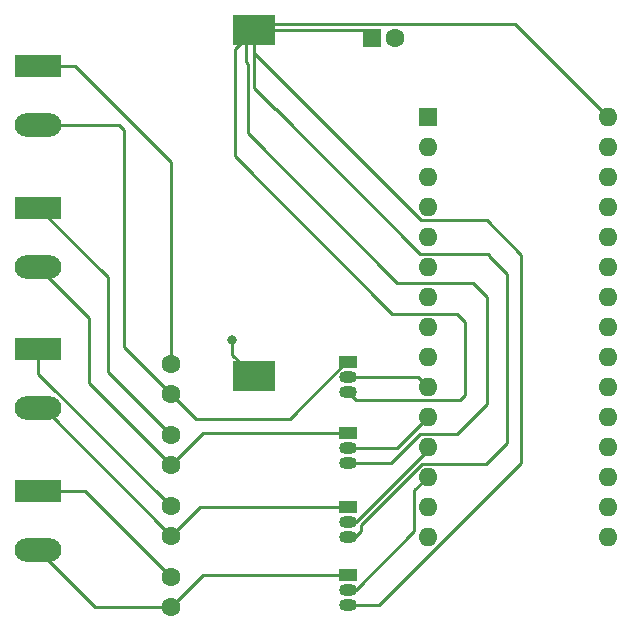
<source format=gbr>
%TF.GenerationSoftware,KiCad,Pcbnew,7.0.2-0*%
%TF.CreationDate,2023-05-07T21:32:26-07:00*%
%TF.ProjectId,VR-better,56522d62-6574-4746-9572-2e6b69636164,rev?*%
%TF.SameCoordinates,Original*%
%TF.FileFunction,Copper,L1,Top*%
%TF.FilePolarity,Positive*%
%FSLAX46Y46*%
G04 Gerber Fmt 4.6, Leading zero omitted, Abs format (unit mm)*
G04 Created by KiCad (PCBNEW 7.0.2-0) date 2023-05-07 21:32:26*
%MOMM*%
%LPD*%
G01*
G04 APERTURE LIST*
%TA.AperFunction,SMDPad,CuDef*%
%ADD10R,3.600000X2.600000*%
%TD*%
%TA.AperFunction,ComponentPad*%
%ADD11R,1.500000X1.050000*%
%TD*%
%TA.AperFunction,ComponentPad*%
%ADD12O,1.500000X1.050000*%
%TD*%
%TA.AperFunction,ComponentPad*%
%ADD13C,1.600000*%
%TD*%
%TA.AperFunction,ComponentPad*%
%ADD14R,1.600000X1.600000*%
%TD*%
%TA.AperFunction,ComponentPad*%
%ADD15R,3.960000X1.980000*%
%TD*%
%TA.AperFunction,ComponentPad*%
%ADD16O,3.960000X1.980000*%
%TD*%
%TA.AperFunction,ComponentPad*%
%ADD17O,1.600000X1.600000*%
%TD*%
%TA.AperFunction,ViaPad*%
%ADD18C,0.800000*%
%TD*%
%TA.AperFunction,Conductor*%
%ADD19C,0.250000*%
%TD*%
G04 APERTURE END LIST*
D10*
%TO.P,BT1,1,+*%
%TO.N,Net-(A1-VIN)*%
X79220000Y-101190000D03*
%TO.P,BT1,2,-*%
%TO.N,GND*%
X79220000Y-130490000D03*
%TD*%
D11*
%TO.P,BJT0,1,E*%
%TO.N,Net-(BJT0-E)*%
X87220000Y-129300000D03*
D12*
%TO.P,BJT0,2,B*%
%TO.N,Net-(A1-D7)*%
X87220000Y-130570000D03*
%TO.P,BJT0,3,C*%
%TO.N,Net-(A1-VIN)*%
X87220000Y-131840000D03*
%TD*%
D13*
%TO.P,C0,1*%
%TO.N,Net-(BJT0-E)*%
X72220000Y-132000000D03*
%TO.P,C0,2*%
%TO.N,GND*%
X72220000Y-129500000D03*
%TD*%
%TO.P,C_Pow1,2*%
%TO.N,GND*%
X91220000Y-101840000D03*
D14*
%TO.P,C_Pow1,1*%
%TO.N,Net-(A1-VIN)*%
X89220000Y-101840000D03*
%TD*%
D15*
%TO.P,DOWN(3),1,Pin_1*%
%TO.N,GND*%
X61000000Y-140235000D03*
D16*
%TO.P,DOWN(3),2,Pin_2*%
%TO.N,Net-(BJT3-E)*%
X61000000Y-145235000D03*
%TD*%
D12*
%TO.P,BJT2,3,C*%
%TO.N,Net-(A1-VIN)*%
X87220000Y-144110000D03*
%TO.P,BJT2,2,B*%
%TO.N,Net-(A1-D9)*%
X87220000Y-142840000D03*
D11*
%TO.P,BJT2,1,E*%
%TO.N,Net-(BJT2-E)*%
X87220000Y-141570000D03*
%TD*%
D12*
%TO.P,BJT3,3,C*%
%TO.N,Net-(A1-VIN)*%
X87220000Y-149840000D03*
%TO.P,BJT3,2,B*%
%TO.N,Net-(A1-D10)*%
X87220000Y-148570000D03*
D11*
%TO.P,BJT3,1,E*%
%TO.N,Net-(BJT3-E)*%
X87220000Y-147300000D03*
%TD*%
D15*
%TO.P,LEFT(0),1,Pin_1*%
%TO.N,GND*%
X61000000Y-104235000D03*
D16*
%TO.P,LEFT(0),2,Pin_2*%
%TO.N,Net-(BJT0-E)*%
X61000000Y-109235000D03*
%TD*%
%TO.P,RIGHT(1),2,Pin_2*%
%TO.N,Net-(BJT1-E)*%
X61000000Y-121235000D03*
D15*
%TO.P,RIGHT(1),1,Pin_1*%
%TO.N,GND*%
X61000000Y-116235000D03*
%TD*%
D13*
%TO.P,C3,2*%
%TO.N,GND*%
X72220000Y-147500000D03*
%TO.P,C3,1*%
%TO.N,Net-(BJT3-E)*%
X72220000Y-150000000D03*
%TD*%
%TO.P,C2,2*%
%TO.N,GND*%
X72220000Y-141500000D03*
%TO.P,C2,1*%
%TO.N,Net-(BJT2-E)*%
X72220000Y-144000000D03*
%TD*%
D14*
%TO.P,A1,1,D1/TX*%
%TO.N,unconnected-(A1-D1{slash}TX-Pad1)*%
X93954600Y-108559600D03*
D17*
%TO.P,A1,2,D0/RX*%
%TO.N,unconnected-(A1-D0{slash}RX-Pad2)*%
X93954600Y-111099600D03*
%TO.P,A1,3,~{RESET}*%
%TO.N,unconnected-(A1-~{RESET}-Pad3)*%
X93954600Y-113639600D03*
%TO.P,A1,4,GND*%
%TO.N,GND*%
X93954600Y-116179600D03*
%TO.P,A1,5,D2*%
%TO.N,unconnected-(A1-D2-Pad5)*%
X93954600Y-118719600D03*
%TO.P,A1,6,D3*%
%TO.N,unconnected-(A1-D3-Pad6)*%
X93954600Y-121259600D03*
%TO.P,A1,7,D4*%
%TO.N,unconnected-(A1-D4-Pad7)*%
X93954600Y-123799600D03*
%TO.P,A1,8,D5*%
%TO.N,unconnected-(A1-D5-Pad8)*%
X93954600Y-126339600D03*
%TO.P,A1,9,D6*%
%TO.N,unconnected-(A1-D6-Pad9)*%
X93954600Y-128879600D03*
%TO.P,A1,10,D7*%
%TO.N,Net-(A1-D7)*%
X93954600Y-131419600D03*
%TO.P,A1,11,D8*%
%TO.N,Net-(A1-D8)*%
X93954600Y-133959600D03*
%TO.P,A1,12,D9*%
%TO.N,Net-(A1-D9)*%
X93954600Y-136499600D03*
%TO.P,A1,13,D10*%
%TO.N,Net-(A1-D10)*%
X93954600Y-139039600D03*
%TO.P,A1,14,D11*%
%TO.N,unconnected-(A1-D11-Pad14)*%
X93954600Y-141579600D03*
%TO.P,A1,15,D12*%
%TO.N,unconnected-(A1-D12-Pad15)*%
X93954600Y-144119600D03*
%TO.P,A1,16,D13*%
%TO.N,unconnected-(A1-D13-Pad16)*%
X109194600Y-144119600D03*
%TO.P,A1,17,3V3*%
%TO.N,unconnected-(A1-3V3-Pad17)*%
X109194600Y-141579600D03*
%TO.P,A1,18,AREF*%
%TO.N,unconnected-(A1-AREF-Pad18)*%
X109194600Y-139039600D03*
%TO.P,A1,19,A0*%
%TO.N,unconnected-(A1-A0-Pad19)*%
X109194600Y-136499600D03*
%TO.P,A1,20,A1*%
%TO.N,unconnected-(A1-A1-Pad20)*%
X109194600Y-133959600D03*
%TO.P,A1,21,A2*%
%TO.N,unconnected-(A1-A2-Pad21)*%
X109194600Y-131419600D03*
%TO.P,A1,22,A3*%
%TO.N,unconnected-(A1-A3-Pad22)*%
X109194600Y-128879600D03*
%TO.P,A1,23,A4*%
%TO.N,unconnected-(A1-A4-Pad23)*%
X109194600Y-126339600D03*
%TO.P,A1,24,A5*%
%TO.N,unconnected-(A1-A5-Pad24)*%
X109194600Y-123799600D03*
%TO.P,A1,25,A6*%
%TO.N,unconnected-(A1-A6-Pad25)*%
X109194600Y-121259600D03*
%TO.P,A1,26,A7*%
%TO.N,unconnected-(A1-A7-Pad26)*%
X109194600Y-118719600D03*
%TO.P,A1,27,+5V*%
%TO.N,unconnected-(A1-+5V-Pad27)*%
X109194600Y-116179600D03*
%TO.P,A1,28,~{RESET}*%
%TO.N,unconnected-(A1-~{RESET}-Pad28)*%
X109194600Y-113639600D03*
%TO.P,A1,29,GND*%
%TO.N,GND*%
X109194600Y-111099600D03*
%TO.P,A1,30,VIN*%
%TO.N,Net-(A1-VIN)*%
X109194600Y-108559600D03*
%TD*%
D15*
%TO.P,UP(2),1,Pin_1*%
%TO.N,GND*%
X61000000Y-128235000D03*
D16*
%TO.P,UP(2),2,Pin_2*%
%TO.N,Net-(BJT2-E)*%
X61000000Y-133235000D03*
%TD*%
D13*
%TO.P,C1,2*%
%TO.N,GND*%
X72220000Y-135500000D03*
%TO.P,C1,1*%
%TO.N,Net-(BJT1-E)*%
X72220000Y-138000000D03*
%TD*%
D11*
%TO.P,BJT1,1,E*%
%TO.N,Net-(BJT1-E)*%
X87220000Y-135300000D03*
D12*
%TO.P,BJT1,2,B*%
%TO.N,Net-(A1-D8)*%
X87220000Y-136570000D03*
%TO.P,BJT1,3,C*%
%TO.N,Net-(A1-VIN)*%
X87220000Y-137840000D03*
%TD*%
D18*
%TO.N,GND*%
X77393800Y-127406400D03*
%TD*%
D19*
%TO.N,Net-(A1-VIN)*%
X96411000Y-125214600D02*
X97129600Y-125933200D01*
X77647800Y-102762200D02*
X77647800Y-111887000D01*
X77647800Y-111887000D02*
X90975400Y-125214600D01*
X90975400Y-125214600D02*
X96411000Y-125214600D01*
X79220000Y-101190000D02*
X77647800Y-102762200D01*
X96665000Y-132544600D02*
X87924600Y-132544600D01*
X97129600Y-125933200D02*
X97129600Y-132080000D01*
X97129600Y-132080000D02*
X96665000Y-132544600D01*
X87924600Y-132544600D02*
X87220000Y-131840000D01*
X79220000Y-101190000D02*
X79220000Y-106118600D01*
X81000600Y-107899200D02*
X81102200Y-107899200D01*
X99136200Y-120192800D02*
X99136200Y-120294400D01*
X88295000Y-143585000D02*
X87770000Y-144110000D01*
X81102200Y-107899200D02*
X93345000Y-120142000D01*
X93345000Y-120142000D02*
X93481209Y-120142000D01*
X93488609Y-120134600D02*
X94420591Y-120134600D01*
X94478791Y-120192800D02*
X99136200Y-120192800D01*
X93481209Y-120142000D02*
X93488609Y-120134600D01*
X79220000Y-106118600D02*
X81000600Y-107899200D01*
X99136200Y-120294400D02*
X100660200Y-121818400D01*
X94420591Y-120134600D02*
X94478791Y-120192800D01*
X100660200Y-121818400D02*
X100660200Y-136118600D01*
X100660200Y-136118600D02*
X98864200Y-137914600D01*
X98864200Y-137914600D02*
X93488609Y-137914600D01*
X93488609Y-137914600D02*
X88295000Y-143108209D01*
X88295000Y-143108209D02*
X88295000Y-143585000D01*
X87770000Y-144110000D02*
X87220000Y-144110000D01*
X101879400Y-120243600D02*
X101879400Y-137820400D01*
X98940400Y-117304600D02*
X101879400Y-120243600D01*
X93352400Y-117304600D02*
X98940400Y-117304600D01*
X79220000Y-101190000D02*
X79220000Y-103172200D01*
X79220000Y-103172200D02*
X93352400Y-117304600D01*
X101879400Y-137820400D02*
X89859800Y-149840000D01*
X89859800Y-149840000D02*
X87220000Y-149840000D01*
X98983800Y-132816600D02*
X96425800Y-135374600D01*
X78613000Y-103931600D02*
X78714600Y-104033200D01*
X79220000Y-101190000D02*
X78613000Y-101797000D01*
X78613000Y-101797000D02*
X78613000Y-103931600D01*
X78714600Y-109931200D02*
X91389200Y-122605800D01*
X78714600Y-104033200D02*
X78714600Y-109931200D01*
X91389200Y-122605800D02*
X97815400Y-122605800D01*
X97815400Y-122605800D02*
X98983800Y-123774200D01*
X98983800Y-123774200D02*
X98983800Y-132816600D01*
X96425800Y-135374600D02*
X93327000Y-135374600D01*
X93327000Y-135374600D02*
X90861600Y-137840000D01*
X90861600Y-137840000D02*
X87220000Y-137840000D01*
%TO.N,GND*%
X77393800Y-127406400D02*
X77393800Y-128663800D01*
X77393800Y-128663800D02*
X79220000Y-130490000D01*
%TO.N,Net-(BJT0-E)*%
X72220000Y-132000000D02*
X74306600Y-134086600D01*
X82276318Y-134086600D02*
X87062918Y-129300000D01*
X87062918Y-129300000D02*
X87220000Y-129300000D01*
X74306600Y-134086600D02*
X82276318Y-134086600D01*
X87220000Y-129300000D02*
X86995000Y-129300000D01*
%TO.N,Net-(A1-D7)*%
X93105000Y-130570000D02*
X93954600Y-131419600D01*
%TO.N,Net-(A1-VIN)*%
X79220000Y-101190000D02*
X78536800Y-101873200D01*
X101350000Y-100715000D02*
X109194600Y-108559600D01*
%TO.N,GND*%
X72220000Y-135500000D02*
X66903600Y-130183600D01*
X66903600Y-130183600D02*
X66903600Y-122138600D01*
X66903600Y-122138600D02*
X61000000Y-116235000D01*
X72220000Y-129500000D02*
X72220000Y-112375000D01*
X72220000Y-112375000D02*
X64080000Y-104235000D01*
X64080000Y-104235000D02*
X61000000Y-104235000D01*
%TO.N,Net-(BJT1-E)*%
X72220000Y-138000000D02*
X65303400Y-131083400D01*
X65303400Y-131083400D02*
X65303400Y-125538400D01*
X65303400Y-125538400D02*
X61000000Y-121235000D01*
%TO.N,GND*%
X61000000Y-128235000D02*
X61000000Y-130280000D01*
X61000000Y-130280000D02*
X72220000Y-141500000D01*
X61000000Y-140235000D02*
X64955000Y-140235000D01*
X64955000Y-140235000D02*
X72220000Y-147500000D01*
%TO.N,Net-(BJT3-E)*%
X72220000Y-150000000D02*
X74920000Y-147300000D01*
X74920000Y-147300000D02*
X87220000Y-147300000D01*
X72220000Y-150000000D02*
X65765000Y-150000000D01*
X65765000Y-150000000D02*
X61000000Y-145235000D01*
%TO.N,Net-(BJT2-E)*%
X72220000Y-144000000D02*
X61455000Y-133235000D01*
X61455000Y-133235000D02*
X61000000Y-133235000D01*
X87220000Y-141570000D02*
X74650000Y-141570000D01*
X74650000Y-141570000D02*
X72220000Y-144000000D01*
%TO.N,Net-(BJT1-E)*%
X87220000Y-135300000D02*
X74920000Y-135300000D01*
X74920000Y-135300000D02*
X72220000Y-138000000D01*
%TO.N,Net-(BJT0-E)*%
X68249800Y-128029800D02*
X68249800Y-109651800D01*
X67833000Y-109235000D02*
X61000000Y-109235000D01*
X72220000Y-132000000D02*
X68249800Y-128029800D01*
X68249800Y-109651800D02*
X67833000Y-109235000D01*
%TO.N,Net-(A1-D10)*%
X87220000Y-148570000D02*
X87875000Y-148570000D01*
X92829600Y-143615400D02*
X92829600Y-140164600D01*
X87875000Y-148570000D02*
X92829600Y-143615400D01*
X92829600Y-140164600D02*
X93954600Y-139039600D01*
%TO.N,Net-(A1-D9)*%
X87220000Y-142840000D02*
X87875000Y-142840000D01*
X87875000Y-142840000D02*
X93954600Y-136760400D01*
X93954600Y-136760400D02*
X93954600Y-136499600D01*
%TO.N,Net-(A1-D8)*%
X87220000Y-136570000D02*
X91344200Y-136570000D01*
X91344200Y-136570000D02*
X93954600Y-133959600D01*
%TO.N,Net-(A1-D7)*%
X87220000Y-130570000D02*
X93105000Y-130570000D01*
%TO.N,Net-(A1-VIN)*%
X79220000Y-101190000D02*
X79695000Y-100715000D01*
X79695000Y-100715000D02*
X101350000Y-100715000D01*
X79220000Y-101190000D02*
X88570000Y-101190000D01*
X88570000Y-101190000D02*
X89220000Y-101840000D01*
%TD*%
M02*

</source>
